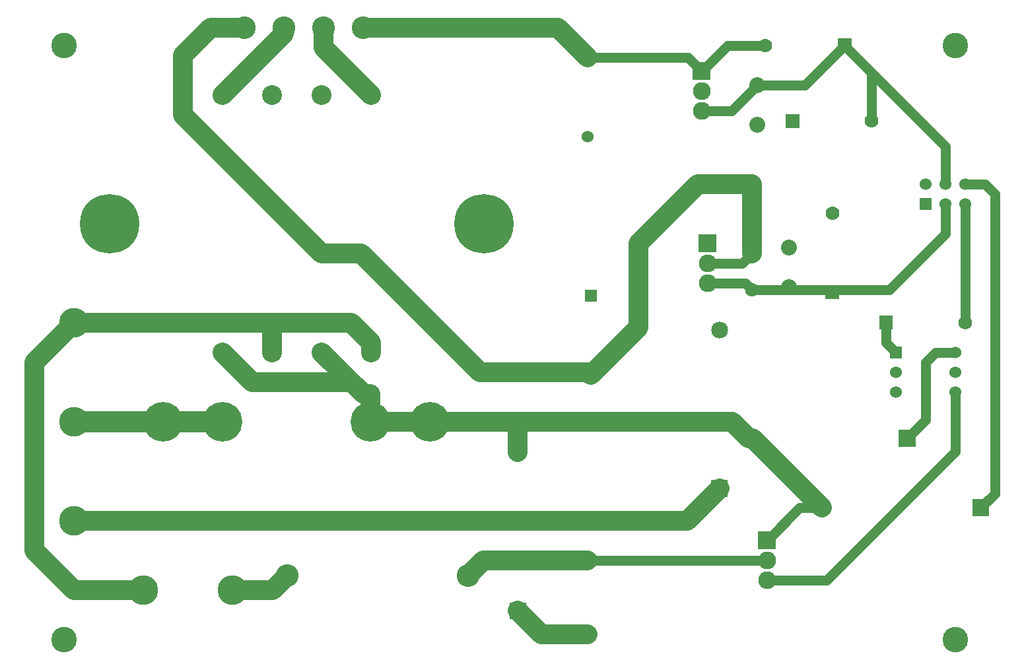
<source format=gbr>
G04 start of page 3 for group 1 idx 1
G04 Title: highvoltage, solder *
G04 Creator: pcb 20080202 *
G04 CreationDate: Tue 19 Jan 2010 11:46:02 PM GMT UTC *
G04 For: srussell *
G04 Format: Gerber/RS-274X *
G04 PCB-Dimensions: 510000 350000 *
G04 PCB-Coordinate-Origin: lower left *
%MOIN*%
%FSLAX24Y24*%
%LNBACK*%
%ADD11C,0.0500*%
%ADD12C,0.1000*%
%ADD13C,0.0800*%
%ADD14C,0.0200*%
%ADD15C,0.0600*%
%ADD16C,0.0680*%
%ADD17C,0.0850*%
%ADD18C,0.0900*%
%ADD19C,0.0460*%
%ADD20C,0.1500*%
%ADD21C,0.1150*%
%ADD22C,0.0700*%
%ADD23C,0.2000*%
%ADD24C,0.3000*%
%ADD25C,0.0350*%
%ADD26C,0.0280*%
%ADD27C,0.0380*%
%ADD28C,0.0480*%
%ADD29C,0.0300*%
%ADD30C,0.0508*%
%ADD31C,0.0473*%
%ADD32C,0.0400*%
%ADD34C,0.1050*%
%ADD50C,0.1290*%
%ADD51C,0.1250*%
G54D11*X44156Y20156D02*X47000Y23000D01*
Y24500D01*
X48000D02*Y18500D01*
X47000Y25500D02*Y27396D01*
G54D12*X37249Y25500D02*X34500D01*
X31500Y22500D01*
Y18248D01*
X37249Y25500D02*Y22000D01*
G54D11*X47000Y27396D02*X41905Y32491D01*
X43283Y31113D02*X41905Y32491D01*
X39914Y30500D02*X41905Y32491D01*
X43283Y28676D02*Y31113D01*
X44000Y18500D02*Y17500D01*
X44500Y17000D01*
X47500D02*X46500D01*
X46000Y16500D01*
X48000Y25500D02*X49000D01*
X49500Y25000D01*
Y9861D01*
X48784Y9145D01*
X37249Y20156D02*X44156D01*
G54D12*X33972Y8500D02*X35591Y10119D01*
G54D11*X35000Y20500D02*X36905D01*
X37249Y20156D01*
X35000Y21500D02*X36749D01*
X37249Y22000D01*
X47500Y12000D02*X41000Y5500D01*
X45000Y12724D02*X45072Y12652D01*
G54D12*X37277D02*X40784Y9145D01*
G54D11*X39645D01*
X38000Y7500D01*
Y6500D02*X28950D01*
G54D12*X26602Y2750D02*X25416Y3936D01*
G54D11*X41000Y5500D02*X38000D01*
G54D12*X28950Y2750D02*X26602D01*
G54D11*X47500Y15000D02*Y12000D01*
G54D12*X35500Y13500D02*X36224D01*
X37072Y12652D01*
X37277D01*
G54D11*X46000Y13580D02*X45072Y12652D01*
X46000Y16500D02*Y13580D01*
G54D12*X18000Y17000D02*Y17500D01*
X17970Y13500D02*X35639D01*
X25416Y11936D02*Y13416D01*
X25500Y13500D01*
X17500Y22000D02*X23500Y16000D01*
X28951D01*
X29101Y15850D01*
X31500Y18248D02*X29101Y15850D01*
G54D11*X37905Y32491D02*X35991D01*
X36200Y29200D02*X37500Y30500D01*
X34700Y29200D02*X36200D01*
X28947Y31891D02*X34008D01*
X34700Y31200D01*
X35991Y32491D02*X34700Y31200D01*
G54D12*X17600Y33400D02*X27439D01*
X28947Y31891D01*
X13600Y33400D02*Y33100D01*
X15600Y33400D02*Y32400D01*
X13600Y33100D02*X10500Y30000D01*
X15600Y32400D02*X18000Y30000D01*
G54D11*X37500Y30500D02*X39914D01*
G54D12*X11600Y33400D02*X9900D01*
X8500Y32000D01*
Y29000D01*
X17000Y15500D02*X12351D01*
X3000Y18500D02*X16851D01*
X17619Y14881D02*X15500Y17000D01*
X12500Y15500D02*X12000D01*
X10500Y17000D01*
X13000D02*Y18500D01*
X18000Y17500D02*X17000Y18500D01*
X15500Y22000D02*X17500D01*
X8500Y29000D02*X15500Y22000D01*
X1000Y7000D02*Y16500D01*
G54D34*X3000Y13500D02*X10500D01*
G54D12*X3000Y18500D02*X1000Y16500D01*
X3000Y8500D02*X33972D01*
X17970Y13500D02*Y14881D01*
X28950Y6500D02*X23672D01*
X17970Y14881D02*X17619D01*
X23672Y6500D02*X22886Y5714D01*
X11000Y5000D02*X13038D01*
X6500D02*X3000D01*
X1000Y7000D01*
X13038Y5000D02*X13752Y5714D01*
G54D14*G36*
X37550Y7950D02*Y7050D01*
X38450D01*
Y7950D01*
X37550D01*
G37*
G54D18*X38000Y6500D03*
Y5500D03*
G54D19*X28950Y6500D03*
Y2750D03*
G54D14*G36*
X24991Y4361D02*Y3511D01*
X25841D01*
Y4361D01*
X24991D01*
G37*
G36*
X35166Y10544D02*Y9694D01*
X36016D01*
Y10544D01*
X35166D01*
G37*
G54D17*X25416Y11936D03*
G54D21*X22886Y5714D03*
G54D17*X37072Y12652D03*
X40784Y9145D03*
G54D13*X39100Y20300D03*
Y22300D03*
G54D14*G36*
X38933Y29026D02*Y28326D01*
X39633D01*
Y29026D01*
X38933D01*
G37*
G54D22*X43283Y28676D03*
G54D14*G36*
X41555Y32841D02*Y32141D01*
X42255D01*
Y32841D01*
X41555D01*
G37*
G36*
X28647Y32191D02*Y31591D01*
X29247D01*
Y32191D01*
X28647D01*
G37*
G54D15*X28947Y27891D03*
G54D22*X37905Y32491D03*
G54D13*X37500Y28500D03*
Y30500D03*
G54D14*G36*
X34250Y31650D02*Y30750D01*
X35150D01*
Y31650D01*
X34250D01*
G37*
G54D18*X34700Y30200D03*
Y29200D03*
G54D14*G36*
X40940Y20381D02*Y19681D01*
X41640D01*
Y20381D01*
X40940D01*
G37*
G54D22*X41290Y24031D03*
G54D17*X35591Y18119D03*
G54D14*G36*
X28801Y20150D02*Y19550D01*
X29401D01*
Y20150D01*
X28801D01*
G37*
G54D15*X29101Y15850D03*
G54D14*G36*
X34550Y22950D02*Y22050D01*
X35450D01*
Y22950D01*
X34550D01*
G37*
G54D18*X35000Y21500D03*
Y20500D03*
G54D14*G36*
X36899Y24506D02*Y23806D01*
X37599D01*
Y24506D01*
X36899D01*
G37*
G54D22*X37249Y20156D03*
G54D24*X23700Y23500D03*
G54D21*X15600Y33400D03*
X17600D03*
G54D12*X18000Y30000D03*
X15500D03*
G54D21*X13600Y33400D03*
G54D12*X13000Y30000D03*
G54D21*X11600Y33400D03*
G54D12*X10500Y30000D03*
G54D23*X7500Y13500D03*
G54D20*X6500Y5000D03*
X3000Y18500D03*
Y13500D03*
Y8500D03*
G54D24*X4800Y23500D03*
G54D23*X10500Y13500D03*
G54D20*X11000Y5000D03*
G54D21*X13752Y5714D03*
G54D12*X10500Y17000D03*
X13000D03*
X15500D03*
G54D23*X17970Y13500D03*
X20970D03*
G54D12*X18000Y17000D03*
G54D14*G36*
X44200Y17300D02*Y16700D01*
X44800D01*
Y17300D01*
X44200D01*
G37*
G54D15*X47500Y17000D03*
G54D14*G36*
X43660Y18840D02*Y18160D01*
X44340D01*
Y18840D01*
X43660D01*
G37*
G54D16*X48000Y18500D03*
G54D15*X44500Y16000D03*
Y15000D03*
X47500D03*
Y16000D03*
G54D14*G36*
X45700Y24800D02*Y24200D01*
X46300D01*
Y24800D01*
X45700D01*
G37*
G54D15*X46000Y25500D03*
X47000Y24500D03*
Y25500D03*
X48000Y24500D03*
Y25500D03*
G54D14*G36*
X44647Y13077D02*Y12227D01*
X45497D01*
Y13077D01*
X44647D01*
G37*
G36*
X48359Y9570D02*Y8720D01*
X49209D01*
Y9570D01*
X48359D01*
G37*
G54D50*X2500Y32500D03*
X47500D03*
X2500Y2500D03*
X47500D03*
G54D15*G54D29*G54D28*G54D31*G54D28*G54D25*G54D32*G54D11*G54D32*G54D25*G54D15*G54D32*G54D28*G54D11*G54D15*G54D32*G54D23*G54D15*G54D12*G54D30*G54D23*G54D12*G54D30*G54D31*G54D15*G54D12*G54D15*G54D26*G54D27*G54D26*G54D27*G54D28*G54D51*M02*

</source>
